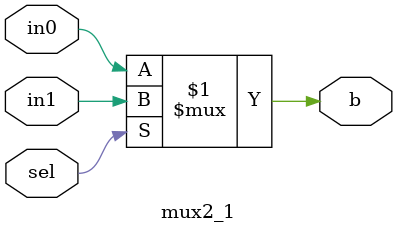
<source format=v>


module barrel_shifter_8bit (a, shiftamnt, b);
  input  [7:0] a;
  input [3:0] shiftamnt;
  output [7:0] b;
  wire [7:0] x,y;

//4bit shift right
mux2_1  ins_17 (.in0(a[7]),.in1(1'b0),.sel(shiftamnt[2]),.b(x[7]));
mux2_1  ins_16 (.in0(a[6]),.in1(1'b0),.sel(shiftamnt[2]),.b(x[6]));
mux2_1  ins_15 (.in0(a[5]),.in1(1'b0),.sel(shiftamnt[2]),.b(x[5]));
mux2_1  ins_14 (.in0(a[4]),.in1(1'b0),.sel(shiftamnt[2]),.b(x[4]));
mux2_1  ins_13 (.in0(a[3]),.in1(a[7]),.sel(shiftamnt[2]),.b(x[3]));
mux2_1  ins_12 (.in0(a[2]),.in1(a[6]),.sel(shiftamnt[2]),.b(x[2]));
mux2_1  ins_11 (.in0(a[1]),.in1(a[5]),.sel(shiftamnt[2]),.b(x[1]));
mux2_1  ins_10 (.in0(a[0]),.in1(a[4]),.sel(shiftamnt[2]),.b(x[0]));

//2 bit shift right

mux2_1  ins_27 (.in0(x[7]),.in1(1'b0),.sel(shiftamnt[1]),.b(y[7]));
mux2_1  ins_26 (.in0(x[6]),.in1(1'b0),.sel(shiftamnt[1]),.b(y[6]));
mux2_1  ins_25 (.in0(x[5]),.in1(x[7]),.sel(shiftamnt[1]),.b(y[5]));
mux2_1  ins_24 (.in0(x[4]),.in1(x[6]),.sel(shiftamnt[1]),.b(y[4]));
mux2_1  ins_23 (.in0(x[3]),.in1(x[5]),.sel(shiftamnt[1]),.b(y[3]));
mux2_1  ins_22 (.in0(x[2]),.in1(x[4]),.sel(shiftamnt[1]),.b(y[2]));
mux2_1  ins_21 (.in0(x[1]),.in1(x[3]),.sel(shiftamnt[1]),.b(y[1]));
mux2_1  ins_20 (.in0(x[0]),.in1(x[2]),.sel(shiftamnt[1]),.b(y[0]));

//1 bit shift right
mux2_1  ins_07 (.in0(y[7]),.in1(1'b0),.sel(shiftamnt[0]),.b(b[7]));
mux2_1  ins_06 (.in0(y[6]),.in1(y[7]),.sel(shiftamnt[0]),.b(b[6]));
mux2_1  ins_05 (.in0(y[5]),.in1(y[6]),.sel(shiftamnt[0]),.b(b[5]));
mux2_1  ins_04 (.in0(y[4]),.in1(y[5]),.sel(shiftamnt[0]),.b(b[4]));
mux2_1  ins_03 (.in0(y[3]),.in1(y[4]),.sel(shiftamnt[0]),.b(b[3]));
mux2_1  ins_02 (.in0(y[2]),.in1(y[3]),.sel(shiftamnt[0]),.b(b[2]));
mux2_1  ins_01 (.in0(y[1]),.in1(y[2]),.sel(shiftamnt[0]),.b(b[1]));
mux2_1  ins_00 (.in0(y[0]),.in1(y[1]),.sel(shiftamnt[0]),.b(b[0]));

endmodule

/////////////////////////
//2X1 Mux
/////////////////////////

module mux2_1( in0,in1,sel,b);
input in0,in1;
input sel;
output b;
assign b=(sel)?in1:in0;
endmodule

</source>
